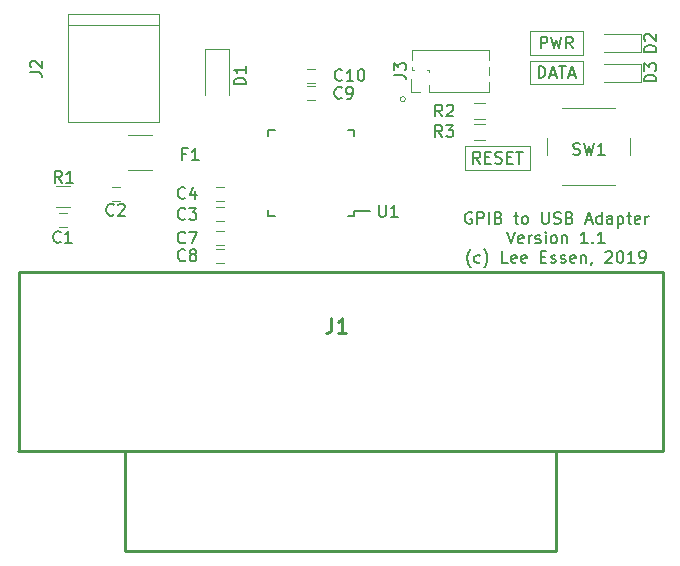
<source format=gbr>
G04 #@! TF.GenerationSoftware,KiCad,Pcbnew,(5.1.2-1)-1*
G04 #@! TF.CreationDate,2019-10-02T20:40:30+01:00*
G04 #@! TF.ProjectId,GPIB Serial Adapter,47504942-2053-4657-9269-616c20416461,rev?*
G04 #@! TF.SameCoordinates,Original*
G04 #@! TF.FileFunction,Legend,Top*
G04 #@! TF.FilePolarity,Positive*
%FSLAX46Y46*%
G04 Gerber Fmt 4.6, Leading zero omitted, Abs format (unit mm)*
G04 Created by KiCad (PCBNEW (5.1.2-1)-1) date 2019-10-02 20:40:30*
%MOMM*%
%LPD*%
G04 APERTURE LIST*
%ADD10C,0.120000*%
%ADD11C,0.150000*%
%ADD12C,0.254000*%
G04 APERTURE END LIST*
D10*
X110250000Y-12000000D02*
X115750000Y-12000000D01*
X110250000Y-14000000D02*
X110250000Y-12000000D01*
X115750000Y-14000000D02*
X110250000Y-14000000D01*
X115750000Y-12000000D02*
X115750000Y-14000000D01*
X115750000Y-4750000D02*
X120250000Y-4750000D01*
X115750000Y-6750000D02*
X115750000Y-4750000D01*
X120250000Y-6750000D02*
X115750000Y-6750000D01*
X120250000Y-4750000D02*
X120250000Y-6750000D01*
X115750000Y-2250000D02*
X120250000Y-2250000D01*
X115750000Y-4250000D02*
X115750000Y-2250000D01*
X120250000Y-4250000D02*
X115750000Y-4250000D01*
X120250000Y-2250000D02*
X120250000Y-4250000D01*
D11*
X111547619Y-13452380D02*
X111214285Y-12976190D01*
X110976190Y-13452380D02*
X110976190Y-12452380D01*
X111357142Y-12452380D01*
X111452380Y-12500000D01*
X111500000Y-12547619D01*
X111547619Y-12642857D01*
X111547619Y-12785714D01*
X111500000Y-12880952D01*
X111452380Y-12928571D01*
X111357142Y-12976190D01*
X110976190Y-12976190D01*
X111976190Y-12928571D02*
X112309523Y-12928571D01*
X112452380Y-13452380D02*
X111976190Y-13452380D01*
X111976190Y-12452380D01*
X112452380Y-12452380D01*
X112833333Y-13404761D02*
X112976190Y-13452380D01*
X113214285Y-13452380D01*
X113309523Y-13404761D01*
X113357142Y-13357142D01*
X113404761Y-13261904D01*
X113404761Y-13166666D01*
X113357142Y-13071428D01*
X113309523Y-13023809D01*
X113214285Y-12976190D01*
X113023809Y-12928571D01*
X112928571Y-12880952D01*
X112880952Y-12833333D01*
X112833333Y-12738095D01*
X112833333Y-12642857D01*
X112880952Y-12547619D01*
X112928571Y-12500000D01*
X113023809Y-12452380D01*
X113261904Y-12452380D01*
X113404761Y-12500000D01*
X113833333Y-12928571D02*
X114166666Y-12928571D01*
X114309523Y-13452380D02*
X113833333Y-13452380D01*
X113833333Y-12452380D01*
X114309523Y-12452380D01*
X114595238Y-12452380D02*
X115166666Y-12452380D01*
X114880952Y-13452380D02*
X114880952Y-12452380D01*
X116500000Y-6202380D02*
X116500000Y-5202380D01*
X116738095Y-5202380D01*
X116880952Y-5250000D01*
X116976190Y-5345238D01*
X117023809Y-5440476D01*
X117071428Y-5630952D01*
X117071428Y-5773809D01*
X117023809Y-5964285D01*
X116976190Y-6059523D01*
X116880952Y-6154761D01*
X116738095Y-6202380D01*
X116500000Y-6202380D01*
X117452380Y-5916666D02*
X117928571Y-5916666D01*
X117357142Y-6202380D02*
X117690476Y-5202380D01*
X118023809Y-6202380D01*
X118214285Y-5202380D02*
X118785714Y-5202380D01*
X118500000Y-6202380D02*
X118500000Y-5202380D01*
X119071428Y-5916666D02*
X119547619Y-5916666D01*
X118976190Y-6202380D02*
X119309523Y-5202380D01*
X119642857Y-6202380D01*
X116666666Y-3702380D02*
X116666666Y-2702380D01*
X117047619Y-2702380D01*
X117142857Y-2750000D01*
X117190476Y-2797619D01*
X117238095Y-2892857D01*
X117238095Y-3035714D01*
X117190476Y-3130952D01*
X117142857Y-3178571D01*
X117047619Y-3226190D01*
X116666666Y-3226190D01*
X117571428Y-2702380D02*
X117809523Y-3702380D01*
X118000000Y-2988095D01*
X118190476Y-3702380D01*
X118428571Y-2702380D01*
X119380952Y-3702380D02*
X119047619Y-3226190D01*
X118809523Y-3702380D02*
X118809523Y-2702380D01*
X119190476Y-2702380D01*
X119285714Y-2750000D01*
X119333333Y-2797619D01*
X119380952Y-2892857D01*
X119380952Y-3035714D01*
X119333333Y-3130952D01*
X119285714Y-3178571D01*
X119190476Y-3226190D01*
X118809523Y-3226190D01*
X110833333Y-17600000D02*
X110738095Y-17552380D01*
X110595238Y-17552380D01*
X110452380Y-17600000D01*
X110357142Y-17695238D01*
X110309523Y-17790476D01*
X110261904Y-17980952D01*
X110261904Y-18123809D01*
X110309523Y-18314285D01*
X110357142Y-18409523D01*
X110452380Y-18504761D01*
X110595238Y-18552380D01*
X110690476Y-18552380D01*
X110833333Y-18504761D01*
X110880952Y-18457142D01*
X110880952Y-18123809D01*
X110690476Y-18123809D01*
X111309523Y-18552380D02*
X111309523Y-17552380D01*
X111690476Y-17552380D01*
X111785714Y-17600000D01*
X111833333Y-17647619D01*
X111880952Y-17742857D01*
X111880952Y-17885714D01*
X111833333Y-17980952D01*
X111785714Y-18028571D01*
X111690476Y-18076190D01*
X111309523Y-18076190D01*
X112309523Y-18552380D02*
X112309523Y-17552380D01*
X113119047Y-18028571D02*
X113261904Y-18076190D01*
X113309523Y-18123809D01*
X113357142Y-18219047D01*
X113357142Y-18361904D01*
X113309523Y-18457142D01*
X113261904Y-18504761D01*
X113166666Y-18552380D01*
X112785714Y-18552380D01*
X112785714Y-17552380D01*
X113119047Y-17552380D01*
X113214285Y-17600000D01*
X113261904Y-17647619D01*
X113309523Y-17742857D01*
X113309523Y-17838095D01*
X113261904Y-17933333D01*
X113214285Y-17980952D01*
X113119047Y-18028571D01*
X112785714Y-18028571D01*
X114404761Y-17885714D02*
X114785714Y-17885714D01*
X114547619Y-17552380D02*
X114547619Y-18409523D01*
X114595238Y-18504761D01*
X114690476Y-18552380D01*
X114785714Y-18552380D01*
X115261904Y-18552380D02*
X115166666Y-18504761D01*
X115119047Y-18457142D01*
X115071428Y-18361904D01*
X115071428Y-18076190D01*
X115119047Y-17980952D01*
X115166666Y-17933333D01*
X115261904Y-17885714D01*
X115404761Y-17885714D01*
X115500000Y-17933333D01*
X115547619Y-17980952D01*
X115595238Y-18076190D01*
X115595238Y-18361904D01*
X115547619Y-18457142D01*
X115500000Y-18504761D01*
X115404761Y-18552380D01*
X115261904Y-18552380D01*
X116785714Y-17552380D02*
X116785714Y-18361904D01*
X116833333Y-18457142D01*
X116880952Y-18504761D01*
X116976190Y-18552380D01*
X117166666Y-18552380D01*
X117261904Y-18504761D01*
X117309523Y-18457142D01*
X117357142Y-18361904D01*
X117357142Y-17552380D01*
X117785714Y-18504761D02*
X117928571Y-18552380D01*
X118166666Y-18552380D01*
X118261904Y-18504761D01*
X118309523Y-18457142D01*
X118357142Y-18361904D01*
X118357142Y-18266666D01*
X118309523Y-18171428D01*
X118261904Y-18123809D01*
X118166666Y-18076190D01*
X117976190Y-18028571D01*
X117880952Y-17980952D01*
X117833333Y-17933333D01*
X117785714Y-17838095D01*
X117785714Y-17742857D01*
X117833333Y-17647619D01*
X117880952Y-17600000D01*
X117976190Y-17552380D01*
X118214285Y-17552380D01*
X118357142Y-17600000D01*
X119119047Y-18028571D02*
X119261904Y-18076190D01*
X119309523Y-18123809D01*
X119357142Y-18219047D01*
X119357142Y-18361904D01*
X119309523Y-18457142D01*
X119261904Y-18504761D01*
X119166666Y-18552380D01*
X118785714Y-18552380D01*
X118785714Y-17552380D01*
X119119047Y-17552380D01*
X119214285Y-17600000D01*
X119261904Y-17647619D01*
X119309523Y-17742857D01*
X119309523Y-17838095D01*
X119261904Y-17933333D01*
X119214285Y-17980952D01*
X119119047Y-18028571D01*
X118785714Y-18028571D01*
X120500000Y-18266666D02*
X120976190Y-18266666D01*
X120404761Y-18552380D02*
X120738095Y-17552380D01*
X121071428Y-18552380D01*
X121833333Y-18552380D02*
X121833333Y-17552380D01*
X121833333Y-18504761D02*
X121738095Y-18552380D01*
X121547619Y-18552380D01*
X121452380Y-18504761D01*
X121404761Y-18457142D01*
X121357142Y-18361904D01*
X121357142Y-18076190D01*
X121404761Y-17980952D01*
X121452380Y-17933333D01*
X121547619Y-17885714D01*
X121738095Y-17885714D01*
X121833333Y-17933333D01*
X122738095Y-18552380D02*
X122738095Y-18028571D01*
X122690476Y-17933333D01*
X122595238Y-17885714D01*
X122404761Y-17885714D01*
X122309523Y-17933333D01*
X122738095Y-18504761D02*
X122642857Y-18552380D01*
X122404761Y-18552380D01*
X122309523Y-18504761D01*
X122261904Y-18409523D01*
X122261904Y-18314285D01*
X122309523Y-18219047D01*
X122404761Y-18171428D01*
X122642857Y-18171428D01*
X122738095Y-18123809D01*
X123214285Y-17885714D02*
X123214285Y-18885714D01*
X123214285Y-17933333D02*
X123309523Y-17885714D01*
X123500000Y-17885714D01*
X123595238Y-17933333D01*
X123642857Y-17980952D01*
X123690476Y-18076190D01*
X123690476Y-18361904D01*
X123642857Y-18457142D01*
X123595238Y-18504761D01*
X123500000Y-18552380D01*
X123309523Y-18552380D01*
X123214285Y-18504761D01*
X123976190Y-17885714D02*
X124357142Y-17885714D01*
X124119047Y-17552380D02*
X124119047Y-18409523D01*
X124166666Y-18504761D01*
X124261904Y-18552380D01*
X124357142Y-18552380D01*
X125071428Y-18504761D02*
X124976190Y-18552380D01*
X124785714Y-18552380D01*
X124690476Y-18504761D01*
X124642857Y-18409523D01*
X124642857Y-18028571D01*
X124690476Y-17933333D01*
X124785714Y-17885714D01*
X124976190Y-17885714D01*
X125071428Y-17933333D01*
X125119047Y-18028571D01*
X125119047Y-18123809D01*
X124642857Y-18219047D01*
X125547619Y-18552380D02*
X125547619Y-17885714D01*
X125547619Y-18076190D02*
X125595238Y-17980952D01*
X125642857Y-17933333D01*
X125738095Y-17885714D01*
X125833333Y-17885714D01*
X113809523Y-19202380D02*
X114142857Y-20202380D01*
X114476190Y-19202380D01*
X115190476Y-20154761D02*
X115095238Y-20202380D01*
X114904761Y-20202380D01*
X114809523Y-20154761D01*
X114761904Y-20059523D01*
X114761904Y-19678571D01*
X114809523Y-19583333D01*
X114904761Y-19535714D01*
X115095238Y-19535714D01*
X115190476Y-19583333D01*
X115238095Y-19678571D01*
X115238095Y-19773809D01*
X114761904Y-19869047D01*
X115666666Y-20202380D02*
X115666666Y-19535714D01*
X115666666Y-19726190D02*
X115714285Y-19630952D01*
X115761904Y-19583333D01*
X115857142Y-19535714D01*
X115952380Y-19535714D01*
X116238095Y-20154761D02*
X116333333Y-20202380D01*
X116523809Y-20202380D01*
X116619047Y-20154761D01*
X116666666Y-20059523D01*
X116666666Y-20011904D01*
X116619047Y-19916666D01*
X116523809Y-19869047D01*
X116380952Y-19869047D01*
X116285714Y-19821428D01*
X116238095Y-19726190D01*
X116238095Y-19678571D01*
X116285714Y-19583333D01*
X116380952Y-19535714D01*
X116523809Y-19535714D01*
X116619047Y-19583333D01*
X117095238Y-20202380D02*
X117095238Y-19535714D01*
X117095238Y-19202380D02*
X117047619Y-19250000D01*
X117095238Y-19297619D01*
X117142857Y-19250000D01*
X117095238Y-19202380D01*
X117095238Y-19297619D01*
X117714285Y-20202380D02*
X117619047Y-20154761D01*
X117571428Y-20107142D01*
X117523809Y-20011904D01*
X117523809Y-19726190D01*
X117571428Y-19630952D01*
X117619047Y-19583333D01*
X117714285Y-19535714D01*
X117857142Y-19535714D01*
X117952380Y-19583333D01*
X118000000Y-19630952D01*
X118047619Y-19726190D01*
X118047619Y-20011904D01*
X118000000Y-20107142D01*
X117952380Y-20154761D01*
X117857142Y-20202380D01*
X117714285Y-20202380D01*
X118476190Y-19535714D02*
X118476190Y-20202380D01*
X118476190Y-19630952D02*
X118523809Y-19583333D01*
X118619047Y-19535714D01*
X118761904Y-19535714D01*
X118857142Y-19583333D01*
X118904761Y-19678571D01*
X118904761Y-20202380D01*
X120666666Y-20202380D02*
X120095238Y-20202380D01*
X120380952Y-20202380D02*
X120380952Y-19202380D01*
X120285714Y-19345238D01*
X120190476Y-19440476D01*
X120095238Y-19488095D01*
X121095238Y-20107142D02*
X121142857Y-20154761D01*
X121095238Y-20202380D01*
X121047619Y-20154761D01*
X121095238Y-20107142D01*
X121095238Y-20202380D01*
X122095238Y-20202380D02*
X121523809Y-20202380D01*
X121809523Y-20202380D02*
X121809523Y-19202380D01*
X121714285Y-19345238D01*
X121619047Y-19440476D01*
X121523809Y-19488095D01*
X110738095Y-22233333D02*
X110690476Y-22185714D01*
X110595238Y-22042857D01*
X110547619Y-21947619D01*
X110500000Y-21804761D01*
X110452380Y-21566666D01*
X110452380Y-21376190D01*
X110500000Y-21138095D01*
X110547619Y-20995238D01*
X110595238Y-20900000D01*
X110690476Y-20757142D01*
X110738095Y-20709523D01*
X111547619Y-21804761D02*
X111452380Y-21852380D01*
X111261904Y-21852380D01*
X111166666Y-21804761D01*
X111119047Y-21757142D01*
X111071428Y-21661904D01*
X111071428Y-21376190D01*
X111119047Y-21280952D01*
X111166666Y-21233333D01*
X111261904Y-21185714D01*
X111452380Y-21185714D01*
X111547619Y-21233333D01*
X111880952Y-22233333D02*
X111928571Y-22185714D01*
X112023809Y-22042857D01*
X112071428Y-21947619D01*
X112119047Y-21804761D01*
X112166666Y-21566666D01*
X112166666Y-21376190D01*
X112119047Y-21138095D01*
X112071428Y-20995238D01*
X112023809Y-20900000D01*
X111928571Y-20757142D01*
X111880952Y-20709523D01*
X113880952Y-21852380D02*
X113404761Y-21852380D01*
X113404761Y-20852380D01*
X114595238Y-21804761D02*
X114500000Y-21852380D01*
X114309523Y-21852380D01*
X114214285Y-21804761D01*
X114166666Y-21709523D01*
X114166666Y-21328571D01*
X114214285Y-21233333D01*
X114309523Y-21185714D01*
X114500000Y-21185714D01*
X114595238Y-21233333D01*
X114642857Y-21328571D01*
X114642857Y-21423809D01*
X114166666Y-21519047D01*
X115452380Y-21804761D02*
X115357142Y-21852380D01*
X115166666Y-21852380D01*
X115071428Y-21804761D01*
X115023809Y-21709523D01*
X115023809Y-21328571D01*
X115071428Y-21233333D01*
X115166666Y-21185714D01*
X115357142Y-21185714D01*
X115452380Y-21233333D01*
X115500000Y-21328571D01*
X115500000Y-21423809D01*
X115023809Y-21519047D01*
X116690476Y-21328571D02*
X117023809Y-21328571D01*
X117166666Y-21852380D02*
X116690476Y-21852380D01*
X116690476Y-20852380D01*
X117166666Y-20852380D01*
X117547619Y-21804761D02*
X117642857Y-21852380D01*
X117833333Y-21852380D01*
X117928571Y-21804761D01*
X117976190Y-21709523D01*
X117976190Y-21661904D01*
X117928571Y-21566666D01*
X117833333Y-21519047D01*
X117690476Y-21519047D01*
X117595238Y-21471428D01*
X117547619Y-21376190D01*
X117547619Y-21328571D01*
X117595238Y-21233333D01*
X117690476Y-21185714D01*
X117833333Y-21185714D01*
X117928571Y-21233333D01*
X118357142Y-21804761D02*
X118452380Y-21852380D01*
X118642857Y-21852380D01*
X118738095Y-21804761D01*
X118785714Y-21709523D01*
X118785714Y-21661904D01*
X118738095Y-21566666D01*
X118642857Y-21519047D01*
X118500000Y-21519047D01*
X118404761Y-21471428D01*
X118357142Y-21376190D01*
X118357142Y-21328571D01*
X118404761Y-21233333D01*
X118500000Y-21185714D01*
X118642857Y-21185714D01*
X118738095Y-21233333D01*
X119595238Y-21804761D02*
X119500000Y-21852380D01*
X119309523Y-21852380D01*
X119214285Y-21804761D01*
X119166666Y-21709523D01*
X119166666Y-21328571D01*
X119214285Y-21233333D01*
X119309523Y-21185714D01*
X119500000Y-21185714D01*
X119595238Y-21233333D01*
X119642857Y-21328571D01*
X119642857Y-21423809D01*
X119166666Y-21519047D01*
X120071428Y-21185714D02*
X120071428Y-21852380D01*
X120071428Y-21280952D02*
X120119047Y-21233333D01*
X120214285Y-21185714D01*
X120357142Y-21185714D01*
X120452380Y-21233333D01*
X120500000Y-21328571D01*
X120500000Y-21852380D01*
X121023809Y-21804761D02*
X121023809Y-21852380D01*
X120976190Y-21947619D01*
X120928571Y-21995238D01*
X122166666Y-20947619D02*
X122214285Y-20900000D01*
X122309523Y-20852380D01*
X122547619Y-20852380D01*
X122642857Y-20900000D01*
X122690476Y-20947619D01*
X122738095Y-21042857D01*
X122738095Y-21138095D01*
X122690476Y-21280952D01*
X122119047Y-21852380D01*
X122738095Y-21852380D01*
X123357142Y-20852380D02*
X123452380Y-20852380D01*
X123547619Y-20900000D01*
X123595238Y-20947619D01*
X123642857Y-21042857D01*
X123690476Y-21233333D01*
X123690476Y-21471428D01*
X123642857Y-21661904D01*
X123595238Y-21757142D01*
X123547619Y-21804761D01*
X123452380Y-21852380D01*
X123357142Y-21852380D01*
X123261904Y-21804761D01*
X123214285Y-21757142D01*
X123166666Y-21661904D01*
X123119047Y-21471428D01*
X123119047Y-21233333D01*
X123166666Y-21042857D01*
X123214285Y-20947619D01*
X123261904Y-20900000D01*
X123357142Y-20852380D01*
X124642857Y-21852380D02*
X124071428Y-21852380D01*
X124357142Y-21852380D02*
X124357142Y-20852380D01*
X124261904Y-20995238D01*
X124166666Y-21090476D01*
X124071428Y-21138095D01*
X125119047Y-21852380D02*
X125309523Y-21852380D01*
X125404761Y-21804761D01*
X125452380Y-21757142D01*
X125547619Y-21614285D01*
X125595238Y-21423809D01*
X125595238Y-21042857D01*
X125547619Y-20947619D01*
X125500000Y-20900000D01*
X125404761Y-20852380D01*
X125214285Y-20852380D01*
X125119047Y-20900000D01*
X125071428Y-20947619D01*
X125023809Y-21042857D01*
X125023809Y-21280952D01*
X125071428Y-21376190D01*
X125119047Y-21423809D01*
X125214285Y-21471428D01*
X125404761Y-21471428D01*
X125500000Y-21423809D01*
X125547619Y-21376190D01*
X125595238Y-21280952D01*
D10*
X105223607Y-8000000D02*
G75*
G03X105223607Y-8000000I-223607J0D01*
G01*
X123000000Y-8750000D02*
X118500000Y-8750000D01*
X124250000Y-12750000D02*
X124250000Y-11250000D01*
X118500000Y-15250000D02*
X123000000Y-15250000D01*
X117250000Y-11250000D02*
X117250000Y-12750000D01*
X111000000Y-10070000D02*
X112000000Y-10070000D01*
X112000000Y-11430000D02*
X111000000Y-11430000D01*
X111000000Y-8320000D02*
X112000000Y-8320000D01*
X112000000Y-9680000D02*
X111000000Y-9680000D01*
X122000000Y-5000000D02*
X125200000Y-5000000D01*
X125200000Y-6500000D02*
X122000000Y-6500000D01*
X125200000Y-6500000D02*
X125200000Y-5000000D01*
X122000000Y-2500000D02*
X125200000Y-2500000D01*
X125200000Y-4000000D02*
X122000000Y-4000000D01*
X125200000Y-4000000D02*
X125200000Y-2500000D01*
X97600000Y-6600000D02*
X96900000Y-6600000D01*
X96900000Y-5400000D02*
X97600000Y-5400000D01*
X97600000Y-8100000D02*
X96900000Y-8100000D01*
X96900000Y-6900000D02*
X97600000Y-6900000D01*
X89150000Y-20650000D02*
X89850000Y-20650000D01*
X89850000Y-21850000D02*
X89150000Y-21850000D01*
X89150000Y-19150000D02*
X89850000Y-19150000D01*
X89850000Y-20350000D02*
X89150000Y-20350000D01*
X89150000Y-15400000D02*
X89850000Y-15400000D01*
X89850000Y-16600000D02*
X89150000Y-16600000D01*
X89150000Y-17150000D02*
X89850000Y-17150000D01*
X89850000Y-18350000D02*
X89150000Y-18350000D01*
X81100000Y-16600000D02*
X80400000Y-16600000D01*
X80400000Y-15400000D02*
X81100000Y-15400000D01*
X76600000Y-18850000D02*
X75900000Y-18850000D01*
X75900000Y-17650000D02*
X76600000Y-17650000D01*
X112275000Y-7380000D02*
X112275000Y-6557530D01*
X112275000Y-4672470D02*
X112275000Y-3850000D01*
X112275000Y-5942470D02*
X112275000Y-5287530D01*
X107260000Y-7380000D02*
X112275000Y-7380000D01*
X105805000Y-3850000D02*
X112275000Y-3850000D01*
X107260000Y-7380000D02*
X107260000Y-6813471D01*
X107260000Y-5686529D02*
X107260000Y-5543471D01*
X107206529Y-5490000D02*
X107063471Y-5490000D01*
X105936529Y-5490000D02*
X105805000Y-5490000D01*
X105805000Y-5490000D02*
X105805000Y-5287530D01*
X105805000Y-4672470D02*
X105805000Y-3850000D01*
X106500000Y-7380000D02*
X105740000Y-7380000D01*
X105740000Y-7380000D02*
X105740000Y-6250000D01*
D11*
X100875000Y-17875000D02*
X100875000Y-17425000D01*
X93625000Y-17875000D02*
X93625000Y-17350000D01*
X93625000Y-10625000D02*
X93625000Y-11150000D01*
X100875000Y-10625000D02*
X100875000Y-11150000D01*
X100875000Y-17875000D02*
X100350000Y-17875000D01*
X100875000Y-10625000D02*
X100350000Y-10625000D01*
X93625000Y-10625000D02*
X94150000Y-10625000D01*
X93625000Y-17875000D02*
X94150000Y-17875000D01*
X100875000Y-17425000D02*
X102250000Y-17425000D01*
D10*
X75650000Y-15370000D02*
X76850000Y-15370000D01*
X76850000Y-17130000D02*
X75650000Y-17130000D01*
X81750000Y-11020000D02*
X83750000Y-11020000D01*
X83750000Y-13980000D02*
X81750000Y-13980000D01*
X90250000Y-3750000D02*
X88250000Y-3750000D01*
X88250000Y-3750000D02*
X88250000Y-7650000D01*
X90250000Y-3750000D02*
X90250000Y-7650000D01*
X84350000Y-1750000D02*
X76650000Y-1750000D01*
X84350000Y-750000D02*
X76650000Y-750000D01*
X76650000Y-750000D02*
X76650000Y-9950000D01*
X76650000Y-9950000D02*
X84350000Y-9950000D01*
X84350000Y-9950000D02*
X84350000Y-750000D01*
D12*
X72500000Y-37750000D02*
X72500000Y-22650000D01*
X72500000Y-22650000D02*
X127000000Y-22650000D01*
X127000000Y-22650000D02*
X127000000Y-37750000D01*
X127000000Y-37750000D02*
X72400000Y-37750000D01*
X81515000Y-37750000D02*
X81515000Y-46250000D01*
X81515000Y-46250000D02*
X117985000Y-46250000D01*
X117985000Y-46250000D02*
X117985000Y-37750000D01*
D11*
X119416666Y-12654761D02*
X119559523Y-12702380D01*
X119797619Y-12702380D01*
X119892857Y-12654761D01*
X119940476Y-12607142D01*
X119988095Y-12511904D01*
X119988095Y-12416666D01*
X119940476Y-12321428D01*
X119892857Y-12273809D01*
X119797619Y-12226190D01*
X119607142Y-12178571D01*
X119511904Y-12130952D01*
X119464285Y-12083333D01*
X119416666Y-11988095D01*
X119416666Y-11892857D01*
X119464285Y-11797619D01*
X119511904Y-11750000D01*
X119607142Y-11702380D01*
X119845238Y-11702380D01*
X119988095Y-11750000D01*
X120321428Y-11702380D02*
X120559523Y-12702380D01*
X120750000Y-11988095D01*
X120940476Y-12702380D01*
X121178571Y-11702380D01*
X122083333Y-12702380D02*
X121511904Y-12702380D01*
X121797619Y-12702380D02*
X121797619Y-11702380D01*
X121702380Y-11845238D01*
X121607142Y-11940476D01*
X121511904Y-11988095D01*
X108333333Y-11202380D02*
X108000000Y-10726190D01*
X107761904Y-11202380D02*
X107761904Y-10202380D01*
X108142857Y-10202380D01*
X108238095Y-10250000D01*
X108285714Y-10297619D01*
X108333333Y-10392857D01*
X108333333Y-10535714D01*
X108285714Y-10630952D01*
X108238095Y-10678571D01*
X108142857Y-10726190D01*
X107761904Y-10726190D01*
X108666666Y-10202380D02*
X109285714Y-10202380D01*
X108952380Y-10583333D01*
X109095238Y-10583333D01*
X109190476Y-10630952D01*
X109238095Y-10678571D01*
X109285714Y-10773809D01*
X109285714Y-11011904D01*
X109238095Y-11107142D01*
X109190476Y-11154761D01*
X109095238Y-11202380D01*
X108809523Y-11202380D01*
X108714285Y-11154761D01*
X108666666Y-11107142D01*
X108333333Y-9452380D02*
X108000000Y-8976190D01*
X107761904Y-9452380D02*
X107761904Y-8452380D01*
X108142857Y-8452380D01*
X108238095Y-8500000D01*
X108285714Y-8547619D01*
X108333333Y-8642857D01*
X108333333Y-8785714D01*
X108285714Y-8880952D01*
X108238095Y-8928571D01*
X108142857Y-8976190D01*
X107761904Y-8976190D01*
X108714285Y-8547619D02*
X108761904Y-8500000D01*
X108857142Y-8452380D01*
X109095238Y-8452380D01*
X109190476Y-8500000D01*
X109238095Y-8547619D01*
X109285714Y-8642857D01*
X109285714Y-8738095D01*
X109238095Y-8880952D01*
X108666666Y-9452380D01*
X109285714Y-9452380D01*
X126452380Y-6488095D02*
X125452380Y-6488095D01*
X125452380Y-6250000D01*
X125500000Y-6107142D01*
X125595238Y-6011904D01*
X125690476Y-5964285D01*
X125880952Y-5916666D01*
X126023809Y-5916666D01*
X126214285Y-5964285D01*
X126309523Y-6011904D01*
X126404761Y-6107142D01*
X126452380Y-6250000D01*
X126452380Y-6488095D01*
X125452380Y-5583333D02*
X125452380Y-4964285D01*
X125833333Y-5297619D01*
X125833333Y-5154761D01*
X125880952Y-5059523D01*
X125928571Y-5011904D01*
X126023809Y-4964285D01*
X126261904Y-4964285D01*
X126357142Y-5011904D01*
X126404761Y-5059523D01*
X126452380Y-5154761D01*
X126452380Y-5440476D01*
X126404761Y-5535714D01*
X126357142Y-5583333D01*
X126452380Y-3988095D02*
X125452380Y-3988095D01*
X125452380Y-3750000D01*
X125500000Y-3607142D01*
X125595238Y-3511904D01*
X125690476Y-3464285D01*
X125880952Y-3416666D01*
X126023809Y-3416666D01*
X126214285Y-3464285D01*
X126309523Y-3511904D01*
X126404761Y-3607142D01*
X126452380Y-3750000D01*
X126452380Y-3988095D01*
X125547619Y-3035714D02*
X125500000Y-2988095D01*
X125452380Y-2892857D01*
X125452380Y-2654761D01*
X125500000Y-2559523D01*
X125547619Y-2511904D01*
X125642857Y-2464285D01*
X125738095Y-2464285D01*
X125880952Y-2511904D01*
X126452380Y-3083333D01*
X126452380Y-2464285D01*
X99857142Y-6357142D02*
X99809523Y-6404761D01*
X99666666Y-6452380D01*
X99571428Y-6452380D01*
X99428571Y-6404761D01*
X99333333Y-6309523D01*
X99285714Y-6214285D01*
X99238095Y-6023809D01*
X99238095Y-5880952D01*
X99285714Y-5690476D01*
X99333333Y-5595238D01*
X99428571Y-5500000D01*
X99571428Y-5452380D01*
X99666666Y-5452380D01*
X99809523Y-5500000D01*
X99857142Y-5547619D01*
X100809523Y-6452380D02*
X100238095Y-6452380D01*
X100523809Y-6452380D02*
X100523809Y-5452380D01*
X100428571Y-5595238D01*
X100333333Y-5690476D01*
X100238095Y-5738095D01*
X101428571Y-5452380D02*
X101523809Y-5452380D01*
X101619047Y-5500000D01*
X101666666Y-5547619D01*
X101714285Y-5642857D01*
X101761904Y-5833333D01*
X101761904Y-6071428D01*
X101714285Y-6261904D01*
X101666666Y-6357142D01*
X101619047Y-6404761D01*
X101523809Y-6452380D01*
X101428571Y-6452380D01*
X101333333Y-6404761D01*
X101285714Y-6357142D01*
X101238095Y-6261904D01*
X101190476Y-6071428D01*
X101190476Y-5833333D01*
X101238095Y-5642857D01*
X101285714Y-5547619D01*
X101333333Y-5500000D01*
X101428571Y-5452380D01*
X99833333Y-7857142D02*
X99785714Y-7904761D01*
X99642857Y-7952380D01*
X99547619Y-7952380D01*
X99404761Y-7904761D01*
X99309523Y-7809523D01*
X99261904Y-7714285D01*
X99214285Y-7523809D01*
X99214285Y-7380952D01*
X99261904Y-7190476D01*
X99309523Y-7095238D01*
X99404761Y-7000000D01*
X99547619Y-6952380D01*
X99642857Y-6952380D01*
X99785714Y-7000000D01*
X99833333Y-7047619D01*
X100309523Y-7952380D02*
X100500000Y-7952380D01*
X100595238Y-7904761D01*
X100642857Y-7857142D01*
X100738095Y-7714285D01*
X100785714Y-7523809D01*
X100785714Y-7142857D01*
X100738095Y-7047619D01*
X100690476Y-7000000D01*
X100595238Y-6952380D01*
X100404761Y-6952380D01*
X100309523Y-7000000D01*
X100261904Y-7047619D01*
X100214285Y-7142857D01*
X100214285Y-7380952D01*
X100261904Y-7476190D01*
X100309523Y-7523809D01*
X100404761Y-7571428D01*
X100595238Y-7571428D01*
X100690476Y-7523809D01*
X100738095Y-7476190D01*
X100785714Y-7380952D01*
X86583333Y-21607142D02*
X86535714Y-21654761D01*
X86392857Y-21702380D01*
X86297619Y-21702380D01*
X86154761Y-21654761D01*
X86059523Y-21559523D01*
X86011904Y-21464285D01*
X85964285Y-21273809D01*
X85964285Y-21130952D01*
X86011904Y-20940476D01*
X86059523Y-20845238D01*
X86154761Y-20750000D01*
X86297619Y-20702380D01*
X86392857Y-20702380D01*
X86535714Y-20750000D01*
X86583333Y-20797619D01*
X87154761Y-21130952D02*
X87059523Y-21083333D01*
X87011904Y-21035714D01*
X86964285Y-20940476D01*
X86964285Y-20892857D01*
X87011904Y-20797619D01*
X87059523Y-20750000D01*
X87154761Y-20702380D01*
X87345238Y-20702380D01*
X87440476Y-20750000D01*
X87488095Y-20797619D01*
X87535714Y-20892857D01*
X87535714Y-20940476D01*
X87488095Y-21035714D01*
X87440476Y-21083333D01*
X87345238Y-21130952D01*
X87154761Y-21130952D01*
X87059523Y-21178571D01*
X87011904Y-21226190D01*
X86964285Y-21321428D01*
X86964285Y-21511904D01*
X87011904Y-21607142D01*
X87059523Y-21654761D01*
X87154761Y-21702380D01*
X87345238Y-21702380D01*
X87440476Y-21654761D01*
X87488095Y-21607142D01*
X87535714Y-21511904D01*
X87535714Y-21321428D01*
X87488095Y-21226190D01*
X87440476Y-21178571D01*
X87345238Y-21130952D01*
X86583333Y-20107142D02*
X86535714Y-20154761D01*
X86392857Y-20202380D01*
X86297619Y-20202380D01*
X86154761Y-20154761D01*
X86059523Y-20059523D01*
X86011904Y-19964285D01*
X85964285Y-19773809D01*
X85964285Y-19630952D01*
X86011904Y-19440476D01*
X86059523Y-19345238D01*
X86154761Y-19250000D01*
X86297619Y-19202380D01*
X86392857Y-19202380D01*
X86535714Y-19250000D01*
X86583333Y-19297619D01*
X86916666Y-19202380D02*
X87583333Y-19202380D01*
X87154761Y-20202380D01*
X86583333Y-16357142D02*
X86535714Y-16404761D01*
X86392857Y-16452380D01*
X86297619Y-16452380D01*
X86154761Y-16404761D01*
X86059523Y-16309523D01*
X86011904Y-16214285D01*
X85964285Y-16023809D01*
X85964285Y-15880952D01*
X86011904Y-15690476D01*
X86059523Y-15595238D01*
X86154761Y-15500000D01*
X86297619Y-15452380D01*
X86392857Y-15452380D01*
X86535714Y-15500000D01*
X86583333Y-15547619D01*
X87440476Y-15785714D02*
X87440476Y-16452380D01*
X87202380Y-15404761D02*
X86964285Y-16119047D01*
X87583333Y-16119047D01*
X86583333Y-18107142D02*
X86535714Y-18154761D01*
X86392857Y-18202380D01*
X86297619Y-18202380D01*
X86154761Y-18154761D01*
X86059523Y-18059523D01*
X86011904Y-17964285D01*
X85964285Y-17773809D01*
X85964285Y-17630952D01*
X86011904Y-17440476D01*
X86059523Y-17345238D01*
X86154761Y-17250000D01*
X86297619Y-17202380D01*
X86392857Y-17202380D01*
X86535714Y-17250000D01*
X86583333Y-17297619D01*
X86916666Y-17202380D02*
X87535714Y-17202380D01*
X87202380Y-17583333D01*
X87345238Y-17583333D01*
X87440476Y-17630952D01*
X87488095Y-17678571D01*
X87535714Y-17773809D01*
X87535714Y-18011904D01*
X87488095Y-18107142D01*
X87440476Y-18154761D01*
X87345238Y-18202380D01*
X87059523Y-18202380D01*
X86964285Y-18154761D01*
X86916666Y-18107142D01*
X80533333Y-17757142D02*
X80485714Y-17804761D01*
X80342857Y-17852380D01*
X80247619Y-17852380D01*
X80104761Y-17804761D01*
X80009523Y-17709523D01*
X79961904Y-17614285D01*
X79914285Y-17423809D01*
X79914285Y-17280952D01*
X79961904Y-17090476D01*
X80009523Y-16995238D01*
X80104761Y-16900000D01*
X80247619Y-16852380D01*
X80342857Y-16852380D01*
X80485714Y-16900000D01*
X80533333Y-16947619D01*
X80914285Y-16947619D02*
X80961904Y-16900000D01*
X81057142Y-16852380D01*
X81295238Y-16852380D01*
X81390476Y-16900000D01*
X81438095Y-16947619D01*
X81485714Y-17042857D01*
X81485714Y-17138095D01*
X81438095Y-17280952D01*
X80866666Y-17852380D01*
X81485714Y-17852380D01*
X76033333Y-20057142D02*
X75985714Y-20104761D01*
X75842857Y-20152380D01*
X75747619Y-20152380D01*
X75604761Y-20104761D01*
X75509523Y-20009523D01*
X75461904Y-19914285D01*
X75414285Y-19723809D01*
X75414285Y-19580952D01*
X75461904Y-19390476D01*
X75509523Y-19295238D01*
X75604761Y-19200000D01*
X75747619Y-19152380D01*
X75842857Y-19152380D01*
X75985714Y-19200000D01*
X76033333Y-19247619D01*
X76985714Y-20152380D02*
X76414285Y-20152380D01*
X76700000Y-20152380D02*
X76700000Y-19152380D01*
X76604761Y-19295238D01*
X76509523Y-19390476D01*
X76414285Y-19438095D01*
X104257380Y-5948333D02*
X104971666Y-5948333D01*
X105114523Y-5995952D01*
X105209761Y-6091190D01*
X105257380Y-6234047D01*
X105257380Y-6329285D01*
X104257380Y-5567380D02*
X104257380Y-4948333D01*
X104638333Y-5281666D01*
X104638333Y-5138809D01*
X104685952Y-5043571D01*
X104733571Y-4995952D01*
X104828809Y-4948333D01*
X105066904Y-4948333D01*
X105162142Y-4995952D01*
X105209761Y-5043571D01*
X105257380Y-5138809D01*
X105257380Y-5424523D01*
X105209761Y-5519761D01*
X105162142Y-5567380D01*
X102988095Y-16952380D02*
X102988095Y-17761904D01*
X103035714Y-17857142D01*
X103083333Y-17904761D01*
X103178571Y-17952380D01*
X103369047Y-17952380D01*
X103464285Y-17904761D01*
X103511904Y-17857142D01*
X103559523Y-17761904D01*
X103559523Y-16952380D01*
X104559523Y-17952380D02*
X103988095Y-17952380D01*
X104273809Y-17952380D02*
X104273809Y-16952380D01*
X104178571Y-17095238D01*
X104083333Y-17190476D01*
X103988095Y-17238095D01*
X76133333Y-15052380D02*
X75800000Y-14576190D01*
X75561904Y-15052380D02*
X75561904Y-14052380D01*
X75942857Y-14052380D01*
X76038095Y-14100000D01*
X76085714Y-14147619D01*
X76133333Y-14242857D01*
X76133333Y-14385714D01*
X76085714Y-14480952D01*
X76038095Y-14528571D01*
X75942857Y-14576190D01*
X75561904Y-14576190D01*
X77085714Y-15052380D02*
X76514285Y-15052380D01*
X76800000Y-15052380D02*
X76800000Y-14052380D01*
X76704761Y-14195238D01*
X76609523Y-14290476D01*
X76514285Y-14338095D01*
X86666666Y-12628571D02*
X86333333Y-12628571D01*
X86333333Y-13152380D02*
X86333333Y-12152380D01*
X86809523Y-12152380D01*
X87714285Y-13152380D02*
X87142857Y-13152380D01*
X87428571Y-13152380D02*
X87428571Y-12152380D01*
X87333333Y-12295238D01*
X87238095Y-12390476D01*
X87142857Y-12438095D01*
X91702380Y-6738095D02*
X90702380Y-6738095D01*
X90702380Y-6500000D01*
X90750000Y-6357142D01*
X90845238Y-6261904D01*
X90940476Y-6214285D01*
X91130952Y-6166666D01*
X91273809Y-6166666D01*
X91464285Y-6214285D01*
X91559523Y-6261904D01*
X91654761Y-6357142D01*
X91702380Y-6500000D01*
X91702380Y-6738095D01*
X91702380Y-5214285D02*
X91702380Y-5785714D01*
X91702380Y-5500000D02*
X90702380Y-5500000D01*
X90845238Y-5595238D01*
X90940476Y-5690476D01*
X90988095Y-5785714D01*
X73452380Y-5733333D02*
X74166666Y-5733333D01*
X74309523Y-5780952D01*
X74404761Y-5876190D01*
X74452380Y-6019047D01*
X74452380Y-6114285D01*
X73547619Y-5304761D02*
X73500000Y-5257142D01*
X73452380Y-5161904D01*
X73452380Y-4923809D01*
X73500000Y-4828571D01*
X73547619Y-4780952D01*
X73642857Y-4733333D01*
X73738095Y-4733333D01*
X73880952Y-4780952D01*
X74452380Y-5352380D01*
X74452380Y-4733333D01*
D12*
X98954666Y-26501523D02*
X98954666Y-27408666D01*
X98894190Y-27590095D01*
X98773238Y-27711047D01*
X98591809Y-27771523D01*
X98470857Y-27771523D01*
X100224666Y-27771523D02*
X99498952Y-27771523D01*
X99861809Y-27771523D02*
X99861809Y-26501523D01*
X99740857Y-26682952D01*
X99619904Y-26803904D01*
X99498952Y-26864380D01*
M02*

</source>
